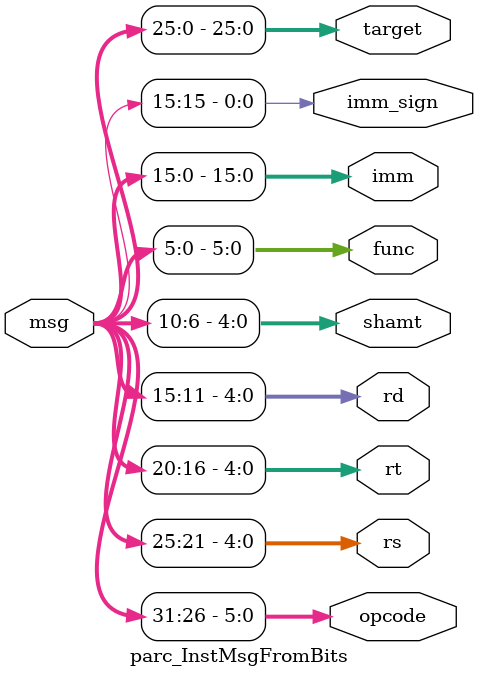
<source format=v>

`ifndef PARC_INST_MSG_V
`define PARC_INST_MSG_V


`define PARC_INST_MSG_OPCODE    31:26
`define PARC_INST_MSG_RS        25:21
`define PARC_INST_MSG_RT        20:16
`define PARC_INST_MSG_RD        15:11
`define PARC_INST_MSG_SHAMT     10:6
`define PARC_INST_MSG_FUNC      5:0
`define PARC_INST_MSG_IMM       15:0
`define PARC_INST_MSG_IMM_SIGN  15
`define PARC_INST_MSG_TARGET    25:0

//------------------------------------------------------------------------
// Field sizes
//------------------------------------------------------------------------

`define PARC_INST_MSG_SZ          32

`define PARC_INST_MSG_OPCODE_SZ   6
`define PARC_INST_MSG_RS_SZ       5
`define PARC_INST_MSG_RT_SZ       5
`define PARC_INST_MSG_RD_SZ       5
`define PARC_INST_MSG_SHAMT_SZ    5
`define PARC_INST_MSG_FUNC_SZ     6
`define PARC_INST_MSG_IMM_SZ      16
`define PARC_INST_MSG_IMM_SIGN_SZ 1
`define PARC_INST_MSG_TARGET_SZ   26

//------------------------------------------------------------------------
// Instruction opcodes
//------------------------------------------------------------------------

`define PARC_INST_MSG_NOP     32'b000000_00000_00000_00000_00000_000000
`define PARC_INST_MSG_SYSCALL 32'b000000_?????_?????_?????_?????_001100
`define PARC_INST_MSG_ERET    32'b010000_10000_00000_00000_00000_011000
`define PARC_INST_MSG_ADDIU   32'b001001_?????_?????_?????_?????_??????
`define PARC_INST_MSG_SLTI    32'b001010_?????_?????_?????_?????_??????
`define PARC_INST_MSG_SLTIU   32'b001011_?????_?????_?????_?????_??????
`define PARC_INST_MSG_ANDI    32'b001100_?????_?????_?????_?????_??????
`define PARC_INST_MSG_ORI     32'b001101_?????_?????_?????_?????_??????
`define PARC_INST_MSG_XORI    32'b001110_?????_?????_?????_?????_??????
`define PARC_INST_MSG_LUI     32'b001111_00000_?????_?????_?????_??????
`define PARC_INST_MSG_SLL     32'b000000_00000_?????_?????_?????_000000
`define PARC_INST_MSG_SRL     32'b000000_00000_?????_?????_?????_000010
`define PARC_INST_MSG_SRA     32'b000000_00000_?????_?????_?????_000011
`define PARC_INST_MSG_SLLV    32'b000000_?????_?????_?????_00000_000100
`define PARC_INST_MSG_SRLV    32'b000000_?????_?????_?????_00000_000110
`define PARC_INST_MSG_SRAV    32'b000000_?????_?????_?????_00000_000111
`define PARC_INST_MSG_ADDU    32'b000000_?????_?????_?????_00000_100001
`define PARC_INST_MSG_SUBU    32'b000000_?????_?????_?????_00000_100011
`define PARC_INST_MSG_AND     32'b000000_?????_?????_?????_00000_100100
`define PARC_INST_MSG_OR      32'b000000_?????_?????_?????_00000_100101
`define PARC_INST_MSG_XOR     32'b000000_?????_?????_?????_00000_100110
`define PARC_INST_MSG_NOR     32'b000000_?????_?????_?????_00000_100111
`define PARC_INST_MSG_SLT     32'b000000_?????_?????_?????_00000_101010
`define PARC_INST_MSG_SLTU    32'b000000_?????_?????_?????_00000_101011
`define PARC_INST_MSG_MUL     32'b011100_?????_?????_?????_00000_000010
`define PARC_INST_MSG_DIV     32'b100111_?????_?????_?????_00000_000101
`define PARC_INST_MSG_DIVU    32'b100111_?????_?????_?????_00000_000111
`define PARC_INST_MSG_REM     32'b100111_?????_?????_?????_00000_000110
`define PARC_INST_MSG_REMU    32'b100111_?????_?????_?????_00000_001000
`define PARC_INST_MSG_LW      32'b100011_?????_?????_?????_?????_??????
`define PARC_INST_MSG_LH      32'b100001_?????_?????_?????_?????_??????
`define PARC_INST_MSG_LHU     32'b100101_?????_?????_?????_?????_??????
`define PARC_INST_MSG_LB      32'b100000_?????_?????_?????_?????_??????
`define PARC_INST_MSG_LBU     32'b100100_?????_?????_?????_?????_??????
`define PARC_INST_MSG_SW      32'b101011_?????_?????_?????_?????_??????
`define PARC_INST_MSG_SH      32'b101001_?????_?????_?????_?????_??????
`define PARC_INST_MSG_SB      32'b101000_?????_?????_?????_?????_??????
`define PARC_INST_MSG_J       32'b000010_?????_?????_?????_?????_??????
`define PARC_INST_MSG_JAL     32'b000011_?????_?????_?????_?????_??????
`define PARC_INST_MSG_JR      32'b000000_?????_00000_00000_00000_001000
`define PARC_INST_MSG_JALR    32'b000000_?????_00000_?????_00000_001001
`define PARC_INST_MSG_BEQ     32'b000100_?????_?????_?????_?????_??????
`define PARC_INST_MSG_BNE     32'b000101_?????_?????_?????_?????_??????
`define PARC_INST_MSG_BLEZ    32'b000110_?????_00000_?????_?????_??????
`define PARC_INST_MSG_BGTZ    32'b000111_?????_00000_?????_?????_??????
`define PARC_INST_MSG_BLTZ    32'b000001_?????_00000_?????_?????_??????
`define PARC_INST_MSG_BGEZ    32'b000001_?????_00001_?????_?????_??????
`define PARC_INST_MSG_MFC0    32'b010000_00000_?????_?????_00000_000000
`define PARC_INST_MSG_MTC0    32'b010000_00100_?????_?????_00000_000000

//------------------------------------------------------------------------
// Control bundle
//------------------------------------------------------------------------

`define PARC_INST_MSG_INST_VAL   38
`define PARC_INST_MSG_J_EN       37
`define PARC_INST_MSG_BR_SEL     36:34
`define PARC_INST_MSG_PC_SEL     33:32
`define PARC_INST_MSG_OP0_SEL    31:30
`define PARC_INST_MSG_RS_EN      29
`define PARC_INST_MSG_OP1_SEL    28:26
`define PARC_INST_MSG_RT_EN      25
`define PARC_INST_MSG_ALU_FN     24:21
`define PARC_INST_MSG_MULDIV_FN  20:18
`define PARC_INST_MSG_MULDIV_EN  17
`define PARC_INST_MSG_MULDIV_SEL 16
`define PARC_INST_MSG_EX_SEL     15
`define PARC_INST_MSG_MEM_REQ    14:13
`define PARC_INST_MSG_MEM_LEN    12:11
`define PARC_INST_MSG_MEM_SEL    10:8
`define PARC_INST_MSG_WB_SEL     7
`define PARC_INST_MSG_RF_WEN     6
`define PARC_INST_MSG_RF_WADDR   5:1
`define PARC_INST_MSG_CP0_WEN    0

//------------------------------------------------------------------------
// Convert message to bits
//------------------------------------------------------------------------

module parc_RegRegInstMsgToBits
(
  // Input message

  input [`PARC_INST_MSG_OPCODE_SZ-1:0] opcode,
  input [    `PARC_INST_MSG_RS_SZ-1:0] rs,
  input [    `PARC_INST_MSG_RT_SZ-1:0] rt,
  input [    `PARC_INST_MSG_RD_SZ-1:0] rd,
  input [ `PARC_INST_MSG_SHAMT_SZ-1:0] shamt,
  input [  `PARC_INST_MSG_FUNC_SZ-1:0] func,

  // Output message

  output [`PARC_INST_MSG_SZ-1:0] msg
);

  assign msg[`PARC_INST_MSG_OPCODE] = opcode;
  assign msg[    `PARC_INST_MSG_RS] = rs;
  assign msg[    `PARC_INST_MSG_RT] = rt;
  assign msg[    `PARC_INST_MSG_RD] = rd;
  assign msg[ `PARC_INST_MSG_SHAMT] = shamt;
  assign msg[  `PARC_INST_MSG_FUNC] = func;

endmodule

module parc_RegImmInstMsgToBits
(
  // Input message

  input [`PARC_INST_MSG_OPCODE_SZ-1:0] opcode,
  input [    `PARC_INST_MSG_RS_SZ-1:0] rs,
  input [    `PARC_INST_MSG_RT_SZ-1:0] rt,
  input [   `PARC_INST_MSG_IMM_SZ-1:0] imm,

  // Output message

  output [`PARC_INST_MSG_SZ-1:0] msg
);

  assign msg[`PARC_INST_MSG_OPCODE] = opcode;
  assign msg[    `PARC_INST_MSG_RS] = rs;
  assign msg[    `PARC_INST_MSG_RT] = rt;
  assign msg[   `PARC_INST_MSG_IMM] = imm;

endmodule

module parc_TargInstMsgToBits
(
  // Input message

  input [`PARC_INST_MSG_OPCODE_SZ-1:0] opcode,
  input [`PARC_INST_MSG_TARGET_SZ-1:0] target,

  // Output message

  output [`PARC_INST_MSG_SZ-1:0] msg
);

  assign msg[`PARC_INST_MSG_OPCODE] = opcode;
  assign msg[`PARC_INST_MSG_TARGET] = target;

endmodule

//------------------------------------------------------------------------
// Convert message from bits
//------------------------------------------------------------------------

module parc_InstMsgFromBits
(
  // Input message

  input [`PARC_INST_MSG_SZ-1:0] msg,

  // Output message

  output [  `PARC_INST_MSG_OPCODE_SZ-1:0] opcode,
  output [      `PARC_INST_MSG_RS_SZ-1:0] rs,
  output [      `PARC_INST_MSG_RT_SZ-1:0] rt,
  output [      `PARC_INST_MSG_RD_SZ-1:0] rd,
  output [   `PARC_INST_MSG_SHAMT_SZ-1:0] shamt,
  output [    `PARC_INST_MSG_FUNC_SZ-1:0] func,
  output [     `PARC_INST_MSG_IMM_SZ-1:0] imm,
  output [`PARC_INST_MSG_IMM_SIGN_SZ-1:0] imm_sign,
  output [  `PARC_INST_MSG_TARGET_SZ-1:0] target

);

  assign opcode   = msg[  `PARC_INST_MSG_OPCODE];
  assign rs       = msg[      `PARC_INST_MSG_RS];
  assign rt       = msg[      `PARC_INST_MSG_RT];
  assign rd       = msg[      `PARC_INST_MSG_RD];
  assign shamt    = msg[   `PARC_INST_MSG_SHAMT];
  assign func     = msg[    `PARC_INST_MSG_FUNC];
  assign imm      = msg[     `PARC_INST_MSG_IMM];
  assign imm_sign = msg[`PARC_INST_MSG_IMM_SIGN];
  assign target   = msg[  `PARC_INST_MSG_TARGET];

endmodule

//------------------------------------------------------------------------
// Instruction disassembly
//------------------------------------------------------------------------

`ifndef SYNTHESIS
module parc_InstMsgDisasm
(
  input [`PARC_INST_MSG_SZ-1:0] msg
);

  // Extract fields

  wire [`PARC_INST_MSG_OPCODE_SZ-1:0] opcode;
  wire [    `PARC_INST_MSG_RS_SZ-1:0] rs;
  wire [    `PARC_INST_MSG_RT_SZ-1:0] rt;
  wire [    `PARC_INST_MSG_RD_SZ-1:0] rd;
  wire [ `PARC_INST_MSG_SHAMT_SZ-1:0] shamt;
  wire [  `PARC_INST_MSG_FUNC_SZ-1:0] func;
  wire [   `PARC_INST_MSG_IMM_SZ-1:0] imm;
  wire [`PARC_INST_MSG_TARGET_SZ-1:0] target;

  parc_InstMsgFromBits inst_msg_from_bits
  (
    .msg    (msg),
    .opcode (opcode),
    .rs     (rs),
    .rt     (rt),
    .rd     (rd),
    .shamt  (shamt),
    .func   (func),
    .imm    (imm),
    .target (target)
  );

  reg [167:0] dasm;

  always @ ( * ) begin

    if ( msg === 32'bx ) begin
      $sformat( dasm, "x                    " );
    end
    else begin

      casez ( msg )
        `PARC_INST_MSG_NOP     : $sformat( dasm, "nop                  "                 );
        `PARC_INST_MSG_SYSCALL : $sformat( dasm, "syscall              "                 );
        `PARC_INST_MSG_ERET    : $sformat( dasm, "eret                 "                 );
        `PARC_INST_MSG_ADDIU   : $sformat( dasm, "addiu r%d, r%d, %x ",   rt, rs,  imm   );
        `PARC_INST_MSG_SLTI    : $sformat( dasm, "slti  r%d, r%d, %x ",   rt, rs,  imm   );
        `PARC_INST_MSG_SLTIU   : $sformat( dasm, "sltiu r%d, r%d, %x ",   rt, rs,  imm   );
        `PARC_INST_MSG_ANDI    : $sformat( dasm, "andi  r%d, r%d, %x ",   rt, rs,  imm   );
        `PARC_INST_MSG_ORI     : $sformat( dasm, "ori   r%d, r%d, %x ",   rt, rs,  imm   );
        `PARC_INST_MSG_XORI    : $sformat( dasm, "xori  r%d, r%d, %x ",   rt, rs,  imm   );
        `PARC_INST_MSG_LUI     : $sformat( dasm, "lui   r%d, %x      ",   rt, imm        );
        `PARC_INST_MSG_SLL     : $sformat( dasm, "sll   r%d, r%d, %x   ", rt, rt,  shamt );
        `PARC_INST_MSG_SRL     : $sformat( dasm, "srl   r%d, r%d, %x   ", rd, rt,  shamt );
        `PARC_INST_MSG_SRA     : $sformat( dasm, "sra   r%d, r%d, %x   ", rd, rt,  shamt );
        `PARC_INST_MSG_SLLV    : $sformat( dasm, "sllv  r%d, r%d, r%d  ", rd, rt,  rs    );
        `PARC_INST_MSG_SRLV    : $sformat( dasm, "srlv  r%d, r%d, r%d  ", rd, rt,  rs    );
        `PARC_INST_MSG_SRAV    : $sformat( dasm, "srav  r%d, r%d, r%d  ", rd, rt,  rs    );
        `PARC_INST_MSG_ADDU    : $sformat( dasm, "addu  r%d, r%d, r%d  ", rd, rt,  rs    );
        `PARC_INST_MSG_SUBU    : $sformat( dasm, "subu  r%d, r%d, r%d  ", rd, rt,  rs    );
        `PARC_INST_MSG_AND     : $sformat( dasm, "and   r%d, r%d, r%d  ", rd, rt,  rs    );
        `PARC_INST_MSG_OR      : $sformat( dasm, "or    r%d, r%d, r%d  ", rd, rt,  rs    );
        `PARC_INST_MSG_XOR     : $sformat( dasm, "xor   r%d, r%d, r%d  ", rd, rt,  rs    );
        `PARC_INST_MSG_NOR     : $sformat( dasm, "nor   r%d, r%d, r%d  ", rd, rt,  rs    );
        `PARC_INST_MSG_SLT     : $sformat( dasm, "slt   r%d, r%d, r%d  ", rd, rt,  rs    );
        `PARC_INST_MSG_SLTU    : $sformat( dasm, "sltu  r%d, r%d, r%d  ", rd, rt,  rs    );
        `PARC_INST_MSG_MUL     : $sformat( dasm, "mul   r%d, r%d, r%d  ", rd, rt,  rs    );
        `PARC_INST_MSG_DIV     : $sformat( dasm, "div   r%d, r%d, r%d  ", rd, rt,  rs    );
        `PARC_INST_MSG_DIVU    : $sformat( dasm, "divu  r%d, r%d, r%d  ", rd, rt,  rs    );
        `PARC_INST_MSG_REM     : $sformat( dasm, "rem   r%d, r%d, r%d  ", rd, rt,  rs    );
        `PARC_INST_MSG_REMU    : $sformat( dasm, "remu  r%d, r%d, r%d  ", rd, rt,  rs    );
        `PARC_INST_MSG_LW      : $sformat( dasm, "lw    r%d, %x(r%d) ",   rt, imm, rs    );
        `PARC_INST_MSG_LH      : $sformat( dasm, "lh    r%d, %x(r%d) ",   rt, imm, rs    );
        `PARC_INST_MSG_LHU     : $sformat( dasm, "lhu   r%d, %x(r%d) ",   rt, imm, rs    );
        `PARC_INST_MSG_LB      : $sformat( dasm, "lb    r%d, %x(r%d) ",   rt, imm, rs    );
        `PARC_INST_MSG_LBU     : $sformat( dasm, "lbu   r%d, %x(r%d) ",   rt, imm, rs    );
        `PARC_INST_MSG_SW      : $sformat( dasm, "sw    r%d, %x(r%d) ",   rt, imm, rs    );
        `PARC_INST_MSG_SH      : $sformat( dasm, "sh    r%d, %x(r%d) ",   rt, imm, rs    );
        `PARC_INST_MSG_SB      : $sformat( dasm, "sb    r%d, %x(r%d) ",   rt, imm, rs    );
        `PARC_INST_MSG_J       : $sformat( dasm, "j     %x        ",      target         );
        `PARC_INST_MSG_JAL     : $sformat( dasm, "jal   %x        ",      target         );
        `PARC_INST_MSG_JR      : $sformat( dasm, "jr    r%d            ", rs             );
        `PARC_INST_MSG_JALR    : $sformat( dasm, "jalr  r%d, r%d       ", rd, rs         );
        `PARC_INST_MSG_BEQ     : $sformat( dasm, "beq   r%d, r%d, %x ",   rs, rt,  imm   );
        `PARC_INST_MSG_BNE     : $sformat( dasm, "bne   r%d, r%d, %x ",   rs, rt,  imm   );
        `PARC_INST_MSG_BLEZ    : $sformat( dasm, "blez  r%d, %x      ",   rs, imm        );
        `PARC_INST_MSG_BGTZ    : $sformat( dasm, "bgtz  r%d, %x      ",   rs, imm        );
        `PARC_INST_MSG_BLTZ    : $sformat( dasm, "bltz  r%d, %x      ",   rs, imm        );
        `PARC_INST_MSG_BGEZ    : $sformat( dasm, "bgez  r%d, %x      ",   rs, imm        );
        `PARC_INST_MSG_MFC0    : $sformat( dasm, "mfc0  r%d, r%d       ", rt, rd         );
        `PARC_INST_MSG_MTC0    : $sformat( dasm, "mtc0  r%d, r%d       ", rt, rd         );
        default                : $sformat( dasm, "undefined inst       " );
      endcase

    end

  end

  reg [40:0] minidasm;

  always @ ( * )
  begin

    if ( msg === 32'bx )
      $sformat( minidasm, "x    " );
    else
    begin

      casez ( msg )
        `PARC_INST_MSG_NOP     : $sformat( minidasm, "nop  ");
        `PARC_INST_MSG_SYSCALL : $sformat( minidasm, "syscl");
        `PARC_INST_MSG_ERET    : $sformat( minidasm, "eret ");
        `PARC_INST_MSG_ADDIU   : $sformat( minidasm, "addiu");
        `PARC_INST_MSG_SLTI    : $sformat( minidasm, "slti ");
        `PARC_INST_MSG_SLTIU   : $sformat( minidasm, "sltiu");
        `PARC_INST_MSG_ANDI    : $sformat( minidasm, "andi ");
        `PARC_INST_MSG_ORI     : $sformat( minidasm, "ori  ");
        `PARC_INST_MSG_XORI    : $sformat( minidasm, "xori ");
        `PARC_INST_MSG_LUI     : $sformat( minidasm, "lui  ");
        `PARC_INST_MSG_SLL     : $sformat( minidasm, "sll  ");
        `PARC_INST_MSG_SRL     : $sformat( minidasm, "srl  ");
        `PARC_INST_MSG_SRA     : $sformat( minidasm, "sra  ");
        `PARC_INST_MSG_SLLV    : $sformat( minidasm, "sllv ");
        `PARC_INST_MSG_SRLV    : $sformat( minidasm, "srlv ");
        `PARC_INST_MSG_SRAV    : $sformat( minidasm, "srav ");
        `PARC_INST_MSG_ADDU    : $sformat( minidasm, "addu ");
        `PARC_INST_MSG_SUBU    : $sformat( minidasm, "subu ");
        `PARC_INST_MSG_AND     : $sformat( minidasm, "and  ");
        `PARC_INST_MSG_OR      : $sformat( minidasm, "or   ");
        `PARC_INST_MSG_XOR     : $sformat( minidasm, "xor  ");
        `PARC_INST_MSG_NOR     : $sformat( minidasm, "nor  ");
        `PARC_INST_MSG_SLT     : $sformat( minidasm, "slt  ");
        `PARC_INST_MSG_SLTU    : $sformat( minidasm, "sltu ");
        `PARC_INST_MSG_LW      : $sformat( minidasm, "lw   ");
        `PARC_INST_MSG_LH      : $sformat( minidasm, "lh   ");
        `PARC_INST_MSG_LHU     : $sformat( minidasm, "lhu  ");
        `PARC_INST_MSG_LB      : $sformat( minidasm, "lb   ");
        `PARC_INST_MSG_LBU     : $sformat( minidasm, "lbu  ");
        `PARC_INST_MSG_SW      : $sformat( minidasm, "sw   ");
        `PARC_INST_MSG_SH      : $sformat( minidasm, "sh   ");
        `PARC_INST_MSG_SB      : $sformat( minidasm, "sb   ");
        `PARC_INST_MSG_J       : $sformat( minidasm, "j    ");
        `PARC_INST_MSG_JAL     : $sformat( minidasm, "jal  ");
        `PARC_INST_MSG_JR      : $sformat( minidasm, "jr   ");
        `PARC_INST_MSG_JALR    : $sformat( minidasm, "jalr ");
        `PARC_INST_MSG_BEQ     : $sformat( minidasm, "beq  ");
        `PARC_INST_MSG_BNE     : $sformat( minidasm, "bne  ");
        `PARC_INST_MSG_BLEZ    : $sformat( minidasm, "blez ");
        `PARC_INST_MSG_BGTZ    : $sformat( minidasm, "bgtz ");
        `PARC_INST_MSG_BLTZ    : $sformat( minidasm, "bltz ");
        `PARC_INST_MSG_BGEZ    : $sformat( minidasm, "bgez ");
        `PARC_INST_MSG_MFC0    : $sformat( minidasm, "mfc0 ");
        `PARC_INST_MSG_MTC0    : $sformat( minidasm, "mtc0 ");
        default                : $sformat( minidasm, "undef");
      endcase

    end

  end

endmodule
`endif

`endif


</source>
